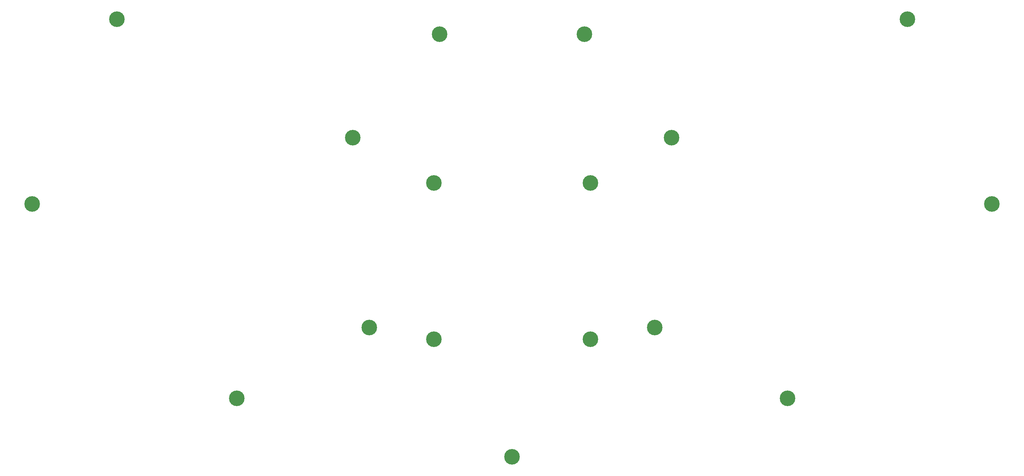
<source format=gbr>
%TF.GenerationSoftware,KiCad,Pcbnew,8.0.1*%
%TF.CreationDate,2024-05-19T15:37:59+09:00*%
%TF.ProjectId,top_plate,746f705f-706c-4617-9465-2e6b69636164,v1.0.0*%
%TF.SameCoordinates,Original*%
%TF.FileFunction,Copper,L1,Top*%
%TF.FilePolarity,Positive*%
%FSLAX46Y46*%
G04 Gerber Fmt 4.6, Leading zero omitted, Abs format (unit mm)*
G04 Created by KiCad (PCBNEW 8.0.1) date 2024-05-19 15:37:59*
%MOMM*%
%LPD*%
G01*
G04 APERTURE LIST*
%TA.AperFunction,ComponentPad*%
%ADD10C,0.700000*%
%TD*%
%TA.AperFunction,ComponentPad*%
%ADD11C,4.400000*%
%TD*%
G04 APERTURE END LIST*
D10*
%TO.P,_1,1*%
%TO.N,N/C*%
X205898600Y-170614941D03*
D11*
X204731874Y-169448215D03*
D10*
X204731874Y-171098215D03*
X205898600Y-168281489D03*
X203081874Y-169448215D03*
X203565148Y-168281489D03*
X203565148Y-170614941D03*
X206381874Y-169448215D03*
X204731874Y-167798215D03*
%TD*%
%TO.P,_2,1*%
%TO.N,N/C*%
X161768600Y-170614941D03*
D11*
X160601874Y-169448215D03*
D10*
X160601874Y-171098215D03*
X161768600Y-168281489D03*
X158951874Y-169448215D03*
X159435148Y-168281489D03*
X159435148Y-170614941D03*
X162251874Y-169448215D03*
X160601874Y-167798215D03*
%TD*%
%TO.P,_3,1*%
%TO.N,N/C*%
X205898600Y-214744941D03*
D11*
X204731874Y-213578215D03*
D10*
X204731874Y-215228215D03*
X205898600Y-212411489D03*
X203081874Y-213578215D03*
X203565148Y-212411489D03*
X203565148Y-214744941D03*
X206381874Y-213578215D03*
X204731874Y-211928215D03*
%TD*%
%TO.P,_4,1*%
%TO.N,N/C*%
X161768600Y-214744941D03*
D11*
X160601874Y-213578215D03*
D10*
X160601874Y-215228215D03*
X161768600Y-212411489D03*
X158951874Y-213578215D03*
X159435148Y-212411489D03*
X159435148Y-214744941D03*
X162251874Y-213578215D03*
X160601874Y-211928215D03*
%TD*%
%TO.P,_5,1*%
%TO.N,N/C*%
X71431234Y-124858079D03*
D11*
X71287427Y-123214358D03*
D10*
X70226827Y-124478331D03*
X72931148Y-123070551D03*
X70023454Y-122153758D03*
X71143620Y-121570637D03*
X69643706Y-123358165D03*
X72551400Y-124274958D03*
X72348027Y-121950385D03*
%TD*%
%TO.P,_6,1*%
%TO.N,N/C*%
X47594949Y-176974288D03*
D11*
X47451142Y-175330567D03*
D10*
X46390542Y-176594540D03*
X49094863Y-175186760D03*
X46187169Y-174269967D03*
X47307335Y-173686846D03*
X45807421Y-175474374D03*
X48715115Y-176391167D03*
X48511742Y-174066594D03*
%TD*%
%TO.P,_7,1*%
%TO.N,N/C*%
X137905785Y-158255643D03*
D11*
X137761978Y-156611922D03*
D10*
X136701378Y-157875895D03*
X139405699Y-156468115D03*
X136498005Y-155551322D03*
X137618171Y-154968201D03*
X136118257Y-156755729D03*
X139025951Y-157672522D03*
X138822578Y-155347949D03*
%TD*%
%TO.P,_8,1*%
%TO.N,N/C*%
X162395992Y-129069349D03*
D11*
X162252185Y-127425628D03*
D10*
X161191585Y-128689601D03*
X163895906Y-127281821D03*
X160988212Y-126365028D03*
X162108378Y-125781907D03*
X160608464Y-127569435D03*
X163516158Y-128486228D03*
X163312785Y-126161655D03*
%TD*%
%TO.P,_9,1*%
%TO.N,N/C*%
X142601870Y-211932144D03*
D11*
X142458063Y-210288423D03*
D10*
X141397463Y-211552396D03*
X144101784Y-210144616D03*
X141194090Y-209227823D03*
X142314256Y-208644702D03*
X140814342Y-210432230D03*
X143722036Y-211349023D03*
X143518663Y-209024450D03*
%TD*%
%TO.P,_10,1*%
%TO.N,N/C*%
X104377986Y-231691493D03*
D11*
X105075306Y-230196085D03*
D10*
X103524813Y-230760418D03*
X106570714Y-230893405D03*
X104510973Y-228645592D03*
X105772626Y-228700677D03*
X103579898Y-229498765D03*
X105639639Y-231746578D03*
X106625799Y-229631752D03*
%TD*%
%TO.P,_11,1*%
%TO.N,N/C*%
X295690041Y-123358165D03*
D11*
X294046320Y-123214358D03*
D10*
X295106920Y-124478331D03*
X294190127Y-121570637D03*
X292782347Y-124274958D03*
X292402599Y-123070551D03*
X293902513Y-124858079D03*
X295310293Y-122153758D03*
X292985720Y-121950385D03*
%TD*%
%TO.P,_12,1*%
%TO.N,N/C*%
X319526326Y-175474374D03*
D11*
X317882605Y-175330567D03*
D10*
X318943205Y-176594540D03*
X318026412Y-173686846D03*
X316618632Y-176391167D03*
X316238884Y-175186760D03*
X317738798Y-176974288D03*
X319146578Y-174269967D03*
X316822005Y-174066594D03*
%TD*%
%TO.P,_13,1*%
%TO.N,N/C*%
X229215491Y-156755729D03*
D11*
X227571770Y-156611922D03*
D10*
X228632370Y-157875895D03*
X227715577Y-154968201D03*
X226307797Y-157672522D03*
X225928049Y-156468115D03*
X227427963Y-158255643D03*
X228835743Y-155551322D03*
X226511170Y-155347949D03*
%TD*%
%TO.P,_14,1*%
%TO.N,N/C*%
X204725283Y-127569435D03*
D11*
X203081562Y-127425628D03*
D10*
X204142162Y-128689601D03*
X203225369Y-125781907D03*
X201817589Y-128486228D03*
X201437841Y-127281821D03*
X202937755Y-129069349D03*
X204345535Y-126365028D03*
X202020962Y-126161655D03*
%TD*%
%TO.P,_15,1*%
%TO.N,N/C*%
X224519405Y-210432230D03*
D11*
X222875684Y-210288423D03*
D10*
X223936284Y-211552396D03*
X223019491Y-208644702D03*
X221611711Y-211349023D03*
X221231963Y-210144616D03*
X222731877Y-211932144D03*
X224139657Y-209227823D03*
X221815084Y-209024450D03*
%TD*%
%TO.P,_16,1*%
%TO.N,N/C*%
X261753849Y-229498765D03*
D11*
X260258441Y-230196085D03*
D10*
X261808934Y-230760418D03*
X259561121Y-228700677D03*
X259694108Y-231746578D03*
X258763033Y-230893405D03*
X260955761Y-231691493D03*
X260822774Y-228645592D03*
X258707948Y-229631752D03*
%TD*%
%TO.P,_17,1*%
%TO.N,N/C*%
X183833600Y-247924941D03*
D11*
X182666874Y-246758215D03*
D10*
X182666874Y-248408215D03*
X183833600Y-245591489D03*
X181016874Y-246758215D03*
X181500148Y-245591489D03*
X181500148Y-247924941D03*
X184316874Y-246758215D03*
X182666874Y-245108215D03*
%TD*%
M02*

</source>
